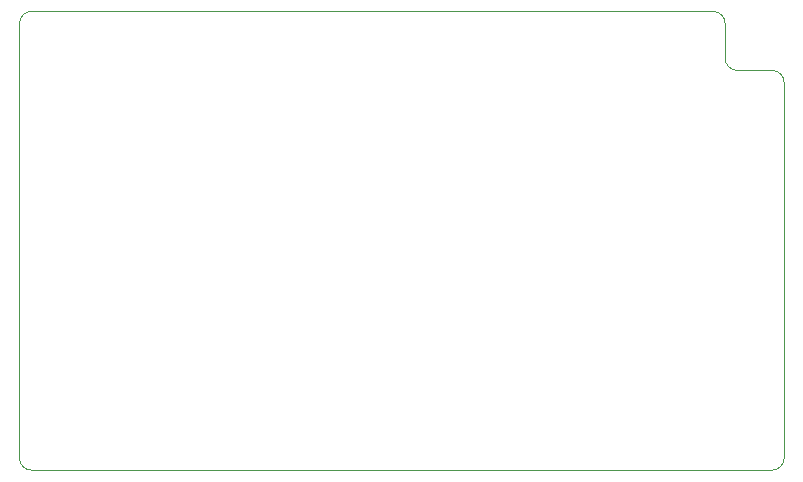
<source format=gbr>
%TF.GenerationSoftware,KiCad,Pcbnew,9.0.2*%
%TF.CreationDate,2025-06-21T17:34:22-04:00*%
%TF.ProjectId,CVISS_IMU_Tracker_Board,43564953-535f-4494-9d55-5f547261636b,rev?*%
%TF.SameCoordinates,Original*%
%TF.FileFunction,Profile,NP*%
%FSLAX46Y46*%
G04 Gerber Fmt 4.6, Leading zero omitted, Abs format (unit mm)*
G04 Created by KiCad (PCBNEW 9.0.2) date 2025-06-21 17:34:22*
%MOMM*%
%LPD*%
G01*
G04 APERTURE LIST*
%TA.AperFunction,Profile*%
%ADD10C,0.050000*%
%TD*%
G04 APERTURE END LIST*
D10*
X124070000Y-84130000D02*
X181760000Y-84130000D01*
X183820000Y-89130000D02*
G75*
G02*
X182790000Y-88100000I0J1030000D01*
G01*
X123040000Y-85160000D02*
G75*
G02*
X124070000Y-84130000I1030000J0D01*
G01*
X123040000Y-85160000D02*
X123040000Y-121950000D01*
X181760000Y-84130000D02*
G75*
G02*
X182790000Y-85160000I0J-1030000D01*
G01*
X124070000Y-122980000D02*
X186760000Y-122980000D01*
X182790000Y-85160000D02*
X182790000Y-88100000D01*
X186760000Y-89130000D02*
G75*
G02*
X187790000Y-90160000I0J-1030000D01*
G01*
X187790000Y-90160000D02*
X187790000Y-121950000D01*
X183820000Y-89130000D02*
X186760000Y-89130000D01*
X187790000Y-121950000D02*
G75*
G02*
X186760000Y-122980000I-1030000J0D01*
G01*
X124070000Y-122980000D02*
G75*
G02*
X123040000Y-121950000I0J1030000D01*
G01*
M02*

</source>
